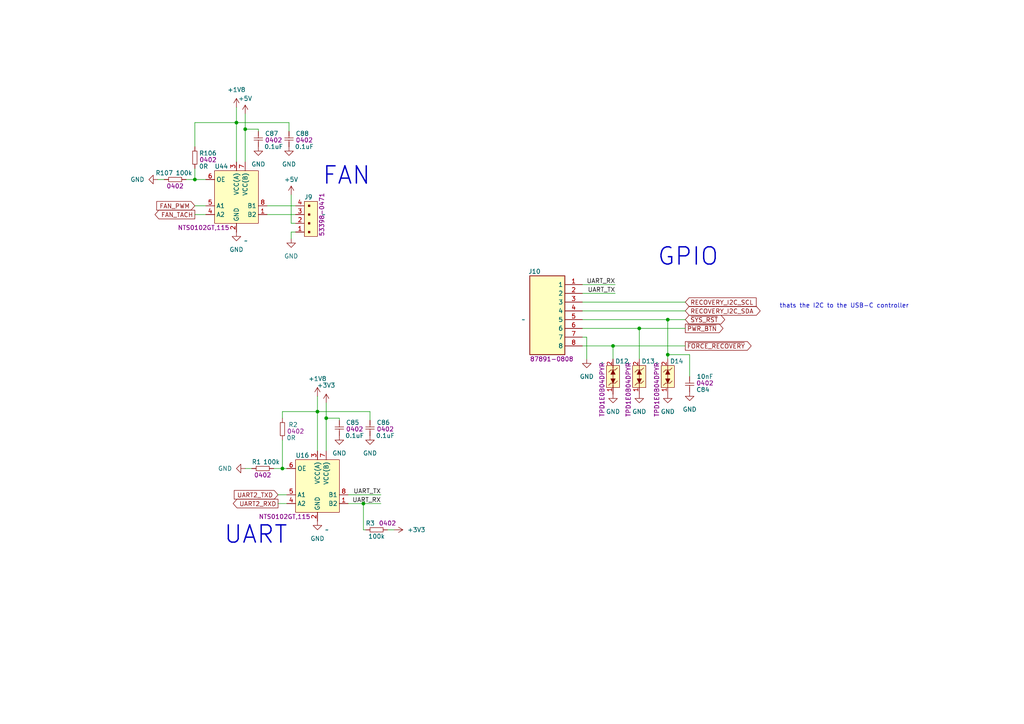
<source format=kicad_sch>
(kicad_sch (version 20230121) (generator eeschema)
  (paper "A4")
  (lib_symbols
    (symbol "SamacSys_Parts:87891-0808"
      (property "Reference" "J" (at 16.51 7.62 0))
      (property "Value" "87891-0808" (at 16.51 5.08 0))
      (symbol "87891-0808_1_1"
        (rectangle (start 5.08 2.54) (end 15.24 -20.32) (stroke (width 0.254)) (fill (type background)))
        (pin passive line (at 0 0 0) (length 5.08) (name "1") (number "1"))
        (pin passive line (at 0 -2.54 0) (length 5.08) (name "2") (number "2"))
        (pin passive line (at 0 -5.08 0) (length 5.08) (name "3") (number "3"))
        (pin passive line (at 0 -7.62 0) (length 5.08) (name "4") (number "4"))
        (pin passive line (at 0 -10.16 0) (length 5.08) (name "5") (number "5"))
        (pin passive line (at 0 -12.7 0) (length 5.08) (name "6") (number "6"))
        (pin passive line (at 0 -15.24 0) (length 5.08) (name "7") (number "7"))
        (pin passive line (at 0 -17.78 0) (length 5.08) (name "8") (number "8"))
      )
    )
    (symbol "antmicro_orin_baseboard:533980471" (pin_names (offset 1.016))
      (property "Reference" "J" (at 2.54 6.35 0))
      (property "Value" "533980471" (at 2.54 3.81 0))
      (symbol "533980471_1_1"
        (rectangle (start -2.54 5.08) (end 1.27 -5.08) (fill (type background)))
        (rectangle (start -1.397 -3.556) (end -0.889 -4.064) (fill (type outline)))
        (rectangle (start -1.397 -1.016) (end -0.889 -1.524) (fill (type outline)))
        (rectangle (start -1.397 1.524) (end -0.889 1.016) (fill (type outline)))
        (rectangle (start -1.397 4.064) (end -0.889 3.556) (fill (type outline)))
        (pin passive line (at -5.08 3.81 0) (length 2.54) (name "~") (number "1"))
        (pin passive line (at -5.08 1.27 0) (length 2.54) (name "~") (number "2"))
        (pin passive line (at -5.08 -1.27 0) (length 2.54) (name "~") (number "3"))
        (pin passive line (at -5.08 -3.81 0) (length 2.54) (name "~") (number "4"))
      )
    )
    (symbol "antmicro_orin_baseboard:TPD1E0B04DPYR " (pin_names (offset 1.016))
      (property "Reference" "D" (at -5.0292 4.1148 0))
      (property "Value" "TPD1E0B04DPYR " (at 0.0508 -4.2164 0))
      (symbol "TPD1E0B04DPYR _0_1"
        (rectangle (start -3.175 1.905) (end 3.175 -1.905) (fill (type background)))
        (polyline (pts (xy -1.905 -0.635) (xy -1.27 -1.27)))
        (polyline (pts (xy -1.905 0.635) (xy -2.54 1.27)))
        (polyline (pts (xy -1.905 0.635) (xy -1.905 -0.635)))
        (polyline (pts (xy 1.905 -0.635) (xy 2.54 -1.27)))
        (polyline (pts (xy 1.905 0.635) (xy 1.27 1.27)))
        (polyline (pts (xy 1.905 0.635) (xy 1.905 -0.635)))
        (polyline (pts (xy 2.54 0) (xy -2.54 0)))
        (polyline (pts (xy -0.635 -0.635) (xy -0.635 0.635) (xy -1.905 0) (xy -0.635 -0.635)) (fill (type outline)))
        (polyline (pts (xy 0.635 0.635) (xy 0.635 -0.635) (xy 1.905 0) (xy 0.635 0.635)) (fill (type outline)))
      )
      (symbol "TPD1E0B04DPYR _1_1"
        (pin passive line (at -5.08 0 0) (length 2.54) (name "~") (number "1"))
        (pin passive line (at 5.08 0 180) (length 2.54) (name "~") (number "2"))
      )
    )
    (symbol "power:+1V8" (power) (pin_names (offset 0))
      (property "Value" "+1V8" (at 0 3.556 0))
      (symbol "+1V8_0_1"
        (polyline (pts (xy -0.762 1.27) (xy 0 2.54)))
        (polyline (pts (xy 0 0) (xy 0 2.54)))
        (polyline (pts (xy 0 2.54) (xy 0.762 1.27)))
      )
      (symbol "+1V8_1_1"
        (pin power_in line (at 0 0 90) (length 0) hide (name "+1V8") (number "1"))
      )
    )
    (symbol "power:+3V3" (power) (pin_names (offset 0))
      (property "Value" "+3V3" (at 0 3.556 0))
      (symbol "+3V3_0_1"
        (polyline (pts (xy -0.762 1.27) (xy 0 2.54)))
        (polyline (pts (xy 0 0) (xy 0 2.54)))
        (polyline (pts (xy 0 2.54) (xy 0.762 1.27)))
      )
      (symbol "+3V3_1_1"
        (pin power_in line (at 0 0 90) (length 0) hide (name "+3V3") (number "1"))
      )
    )
    (symbol "power:+5V" (power) (pin_names (offset 0))
      (property "Value" "+5V" (at 0 3.556 0))
      (symbol "+5V_0_1"
        (polyline (pts (xy -0.762 1.27) (xy 0 2.54)))
        (polyline (pts (xy 0 0) (xy 0 2.54)))
        (polyline (pts (xy 0 2.54) (xy 0.762 1.27)))
      )
      (symbol "+5V_1_1"
        (pin power_in line (at 0 0 90) (length 0) hide (name "+5V") (number "1"))
      )
    )
    (symbol "power:GND" (power) (pin_names (offset 0))
      (property "Value" "GND" (at 0 -3.81 0))
      (symbol "GND_0_1"
        (polyline (pts (xy 0 0) (xy 0 -1.27) (xy 1.27 -1.27) (xy 0 -2.54) (xy -1.27 -1.27) (xy 0 -1.27)))
      )
      (symbol "GND_1_1"
        (pin power_in line (at 0 0 270) (length 0) hide (name "GND") (number "1"))
      )
    )
    (symbol "the_backrooms:NTS0102"
      (property "Reference" "U" (at 0 0 0))
      (property "Value" "NTS0102" (at 0 0 0))
      (symbol "NTS0102_1_1"
        (rectangle (start 2.54 -1.27) (end 15.24 -16.51) (fill (type background)))
        (pin bidirectional line (at 17.78 -13.97 180) (length 2.54) (name "B2") (number "1"))
        (pin bidirectional line (at 8.89 -19.05 90) (length 2.54) (name "GND") (number "2"))
        (pin power_in line (at 8.89 1.27 270) (length 2.54) (name "VCC(A)") (number "3"))
        (pin bidirectional line (at 0 -13.97 0) (length 2.54) (name "A2") (number "4"))
        (pin bidirectional line (at 0 -11.43 0) (length 2.54) (name "A1") (number "5"))
        (pin input line (at 0 -3.81 0) (length 2.54) (name "OE") (number "6"))
        (pin power_in line (at 11.43 1.27 270) (length 2.54) (name "VCC(B)") (number "7"))
        (pin bidirectional line (at 17.78 -11.43 180) (length 2.54) (name "B1") (number "8"))
      )
    )
    (symbol "the_backrooms:cap_0402"
      (property "Reference" "C" (at -0.635 0 0))
      (property "Package/Case" "0402" (at -1.27 1.27 0))
      (symbol "cap_0402_0_1"
        (polyline (pts (xy 1.905 0) (xy 1.905 -1.27)))
        (polyline (pts (xy 2.54 1.27) (xy 2.54 -1.27)))
        (polyline (pts (xy 3.175 0) (xy 2.54 0)))
        (polyline (pts (xy 1.27 0) (xy 1.905 0) (xy 1.905 1.27)))
      )
      (symbol "cap_0402_1_1"
        (pin free line (at 0 0 0) (length 1.27) (name "") (number "1"))
        (pin free line (at 4.445 0 180) (length 1.27) (name "") (number "2"))
      )
    )
    (symbol "the_backrooms:res_0402"
      (property "Reference" "R" (at 3.175 -1.905 0))
      (property "Package/Case" "0402" (at -3.175 1.905 0))
      (symbol "res_0402_0_1"
        (rectangle (start 1.27 0.635) (end 5.08 -0.635))
      )
      (symbol "res_0402_1_1"
        (pin free line (at 0 0 0) (length 1.27) (name "") (number "1"))
        (pin free line (at 6.35 0 180) (length 1.27) (name "") (number "2"))
      )
    )
  )
  (junction (at 177.8 100.33))
  (junction (at 92.075 119.38))
  (junction (at 81.915 135.89))
  (junction (at 105.41 146.05))
  (junction (at 193.675 102.87))
  (junction (at 68.58 35.56))
  (junction (at 71.12 37.465))
  (junction (at 94.615 121.285))
  (junction (at 185.42 95.25))
  (junction (at 56.515 52.07))
  (junction (at 193.675 92.71))
  (wire (pts (xy 105.41 146.05) (xy 105.41 153.67)))
  (wire (pts (xy 56.515 62.23) (xy 59.69 62.23)))
  (wire (pts (xy 200.025 102.87) (xy 200.025 109.22)))
  (wire (pts (xy 193.675 102.87) (xy 193.675 104.14)))
  (wire (pts (xy 168.91 100.33) (xy 177.8 100.33)))
  (wire (pts (xy 68.58 35.56) (xy 68.58 46.99)))
  (wire (pts (xy 71.12 33.02) (xy 71.12 37.465)))
  (wire (pts (xy 80.645 143.51) (xy 83.185 143.51)))
  (wire (pts (xy 100.965 143.51) (xy 110.49 143.51)))
  (wire (pts (xy 168.91 82.55) (xy 178.435 82.55)))
  (wire (pts (xy 168.91 87.63) (xy 198.755 87.63)))
  (wire (pts (xy 105.41 146.05) (xy 110.49 146.05)))
  (wire (pts (xy 79.375 135.89) (xy 81.915 135.89)))
  (wire (pts (xy 80.645 146.05) (xy 83.185 146.05)))
  (wire (pts (xy 92.075 119.38) (xy 81.915 119.38)))
  (wire (pts (xy 105.41 153.67) (xy 106.045 153.67)))
  (wire (pts (xy 85.725 67.31) (xy 84.455 67.31)))
  (wire (pts (xy 81.915 119.38) (xy 81.915 121.285)))
  (wire (pts (xy 74.93 37.465) (xy 71.12 37.465)))
  (wire (pts (xy 92.075 114.935) (xy 92.075 119.38)))
  (wire (pts (xy 94.615 116.84) (xy 94.615 121.285)))
  (wire (pts (xy 92.075 119.38) (xy 107.315 119.38)))
  (wire (pts (xy 56.515 59.69) (xy 59.69 59.69)))
  (wire (pts (xy 56.515 42.545) (xy 56.515 35.56)))
  (wire (pts (xy 77.47 59.69) (xy 85.725 59.69)))
  (wire (pts (xy 56.515 52.07) (xy 59.69 52.07)))
  (wire (pts (xy 56.515 35.56) (xy 68.58 35.56)))
  (wire (pts (xy 168.91 92.71) (xy 193.675 92.71)))
  (wire (pts (xy 68.58 31.115) (xy 68.58 35.56)))
  (wire (pts (xy 85.725 64.77) (xy 84.455 64.77)))
  (wire (pts (xy 168.91 90.17) (xy 198.755 90.17)))
  (wire (pts (xy 185.42 95.25) (xy 198.755 95.25)))
  (wire (pts (xy 112.395 153.67) (xy 114.3 153.67)))
  (wire (pts (xy 193.675 102.87) (xy 200.025 102.87)))
  (wire (pts (xy 168.91 97.79) (xy 170.18 97.79)))
  (wire (pts (xy 193.675 92.71) (xy 198.755 92.71)))
  (wire (pts (xy 45.72 52.07) (xy 47.625 52.07)))
  (wire (pts (xy 168.91 85.09) (xy 178.435 85.09)))
  (wire (pts (xy 83.185 135.89) (xy 81.915 135.89)))
  (wire (pts (xy 56.515 48.895) (xy 56.515 52.07)))
  (wire (pts (xy 98.425 121.92) (xy 98.425 121.285)))
  (wire (pts (xy 94.615 121.285) (xy 94.615 130.81)))
  (wire (pts (xy 100.965 146.05) (xy 105.41 146.05)))
  (wire (pts (xy 92.075 119.38) (xy 92.075 130.81)))
  (wire (pts (xy 74.93 38.1) (xy 74.93 37.465)))
  (wire (pts (xy 185.42 95.25) (xy 185.42 104.14)))
  (wire (pts (xy 177.8 100.33) (xy 198.755 100.33)))
  (wire (pts (xy 68.58 35.56) (xy 83.82 35.56)))
  (wire (pts (xy 84.455 67.31) (xy 84.455 69.215)))
  (wire (pts (xy 71.12 37.465) (xy 71.12 46.99)))
  (wire (pts (xy 177.8 100.33) (xy 177.8 104.14)))
  (wire (pts (xy 81.915 135.89) (xy 81.915 127.635)))
  (wire (pts (xy 71.12 135.89) (xy 73.025 135.89)))
  (wire (pts (xy 83.82 35.56) (xy 83.82 38.1)))
  (wire (pts (xy 170.18 97.79) (xy 170.18 104.14)))
  (wire (pts (xy 168.91 95.25) (xy 185.42 95.25)))
  (wire (pts (xy 107.315 119.38) (xy 107.315 121.92)))
  (wire (pts (xy 98.425 121.285) (xy 94.615 121.285)))
  (wire (pts (xy 193.675 92.71) (xy 193.675 102.87)))
  (wire (pts (xy 77.47 62.23) (xy 85.725 62.23)))
  (wire (pts (xy 84.455 56.515) (xy 84.455 64.77)))
  (wire (pts (xy 53.975 52.07) (xy 56.515 52.07)))
  (text "UART" (at 64.77 158.115 0) (effects (font (size 5 5) (thickness 0.4) bold) (justify left bottom)))
  (text "thats the I2C to the USB-C controller" (at 226.06 89.535 0) (effects (font (size 1.27 1.27)) (justify left bottom)))
  (text "FAN" (at 93.345 53.975 0) (effects (font (size 5 5) (thickness 0.4) bold) (justify left bottom)))
  (text "GPIO" (at 190.5 77.47 0) (effects (font (size 5 5) (thickness 0.4) bold) (justify left bottom)))
  (label "UART_RX" (at 178.435 82.55 180))
  (label "UART_TX" (at 110.49 143.51 180))
  (label "UART_TX" (at 178.435 85.09 180))
  (label "UART_RX" (at 110.49 146.05 180))
  (global_label "RECOVERY_I2C_SCL" (shape input) (at 198.755 87.63 0) (property "Intersheetrefs" "${INTERSHEET_REFS}" (at 219.883 87.63 0) (effects (justify left))))
  (global_label "~{SYS_RST}" (shape bidirectional) (at 198.755 92.71 0) (property "Intersheetrefs" "${INTERSHEET_REFS}" (at 210.7738 92.71 0) (effects (justify left))))
  (global_label "~{PWR_BTN}" (shape output) (at 198.755 95.25 0) (property "Intersheetrefs" "${INTERSHEET_REFS}" (at 210.2673 95.25 0) (effects (justify left))))
  (global_label "FAN_TACH" (shape output) (at 56.515 62.23 180) (property "Intersheetrefs" "${INTERSHEET_REFS}" (at 44.3978 62.23 0) (effects (justify right))))
  (global_label "FAN_PWM" (shape input) (at 56.515 59.69 180) (property "Intersheetrefs" "${INTERSHEET_REFS}" (at 44.8817 59.69 0) (effects (justify right))))
  (global_label "RECOVERY_I2C_SDA" (shape bidirectional) (at 198.755 90.17 0) (property "Intersheetrefs" "${INTERSHEET_REFS}" (at 221.0548 90.17 0) (effects (justify left))))
  (global_label "UART2_TXD" (shape input) (at 80.645 143.51 180) (property "Intersheetrefs" "${INTERSHEET_REFS}" (at 67.3789 143.51 0) (effects (justify right))))
  (global_label "~{FORCE_RECOVERY}" (shape output) (at 198.755 100.33 0) (property "Intersheetrefs" "${INTERSHEET_REFS}" (at 218.4316 100.33 0) (effects (justify left))))
  (global_label "UART2_RXD" (shape output) (at 80.645 146.05 180) (property "Intersheetrefs" "${INTERSHEET_REFS}" (at 67.0765 146.05 0) (effects (justify right))))
  (symbol (lib_id "the_backrooms:NTS0102") (at 59.69 48.26 0) (unit 1)
    (property "Reference" "U44" (at 62.23 48.26 0) (effects (justify left)))
    (property "Value" "~" (at 70.7741 69.85 0) (effects (justify left)))
    (property "Footprint" "the_backrooms:NTS0102" (effects hide))
    (property "Datasheet" "https://www.mouser.de/datasheet/2/302/NTS0102-3073838.pdf" (effects hide))
    (property "Mfr. No." "NTS0102GT,115" (at 59.055 66.04 0))
    (property "Package/Case" "XSON-8" (effects hide))
    (property "Description" "Translation - Voltage Levels DUAL SUPP 4.8ns 3.6V" (effects hide))
  )
  (symbol (lib_id "power:+3V3") (at 94.615 116.84 0) (unit 1)
    (property "Reference" "#PWR0161" (effects hide))
    (property "Value" "+3V3" (at 94.615 111.76 0))
  )
  (symbol (lib_id "power:+1V8") (at 68.58 31.115 0) (unit 1)
    (property "Reference" "#PWR0169" (effects hide))
    (property "Value" "+1V8" (at 68.58 26.035 0))
  )
  (symbol (lib_id "power:GND") (at 193.675 114.3 0) (unit 1)
    (property "Reference" "#PWR0158" (effects hide))
    (property "Value" "GND" (at 193.675 119.38 0))
  )
  (symbol (lib_id "power:GND") (at 92.075 151.13 0) (unit 1)
    (property "Reference" "#PWR0164" (effects hide))
    (property "Value" "GND" (at 92.075 156.21 0))
  )
  (symbol (lib_id "the_backrooms:res_0402") (at 112.395 153.67 180) (unit 1)
    (property "Reference" "R3" (at 106.045 151.765 0) (effects (justify right)))
    (property "Value" "100k" (at 109.22 155.575 0))
    (property "Footprint" "the_backrooms:0402_res" (effects hide))
    (property "Package/Case" "0402" (at 109.855 151.765 0) (effects (justify right)))
    (property "Mfr. No." "RC0402FR-07100KL" (effects hide))
    (property "Description" "100k 0402 62.5mW 1%" (effects hide))
  )
  (symbol (lib_id "power:GND") (at 84.455 69.215 0) (unit 1)
    (property "Reference" "#PWR0173" (effects hide))
    (property "Value" "GND" (at 84.455 74.295 0))
  )
  (symbol (lib_id "power:GND") (at 107.315 126.365 0) (unit 1)
    (property "Reference" "#PWR0166" (effects hide))
    (property "Value" "GND" (at 107.315 131.445 0))
  )
  (symbol (lib_id "power:GND") (at 45.72 52.07 270) (unit 1)
    (property "Reference" "#PWR0186" (effects hide))
    (property "Value" "GND" (at 41.91 52.07 90) (effects (justify right)))
  )
  (symbol (lib_id "power:GND") (at 200.025 113.665 0) (unit 1)
    (property "Reference" "#PWR0160" (effects hide))
    (property "Value" "GND" (at 200.025 118.745 0))
  )
  (symbol (lib_id "power:GND") (at 68.58 67.31 0) (unit 1)
    (property "Reference" "#PWR0168" (effects hide))
    (property "Value" "GND" (at 68.58 72.39 0))
  )
  (symbol (lib_id "SamacSys_Parts:87891-0808") (at 168.91 82.55 0) (mirror y) (unit 1)
    (property "Reference" "J10" (at 156.845 78.74 0) (effects (justify left)))
    (property "Value" "~" (at 152.4 92.71 0) (effects (justify left)))
    (property "Footprint" "SamacSys_Parts:HDRV8W69P0X254_1X8_2032X251X1641P" (effects hide))
    (property "Datasheet" "https://www.molex.com/pdm_docs/sd/878910808_sd.pdf" (effects hide))
    (property "Height" "16.41" (effects hide))
    (property "Mouser Part Number" "538-87891-0808" (effects hide))
    (property "Mouser Price/Stock" "https://www.mouser.co.uk/ProductDetail/Molex/87891-0808?qs=iLbezkQI%252Bsh%252BavKMBAJgwA%3D%3D" (effects hide))
    (property "Manufacturer_Name" "Molex" (effects hide))
    (property "Manufacturer_Part_Number" "87891-0808" (effects hide))
    (property "Mfr. No." "87891-0808" (at 160.02 104.14 0))
    (property "Description" "Headers & Wire Housings 2.54MM PITCH SRSW T/H HEADER 8 CKT" (effects hide))
  )
  (symbol (lib_id "the_backrooms:NTS0102") (at 83.185 132.08 0) (unit 1)
    (property "Reference" "U16" (at 85.725 132.08 0) (effects (justify left)))
    (property "Value" "~" (at 94.2691 153.67 0) (effects (justify left)))
    (property "Footprint" "the_backrooms:NTS0102" (effects hide))
    (property "Datasheet" "https://www.mouser.de/datasheet/2/302/NTS0102-3073838.pdf" (effects hide))
    (property "Mfr. No." "NTS0102GT,115" (at 82.55 149.86 0))
    (property "Package/Case" "XSON-8" (effects hide))
    (property "Description" "Translation - Voltage Levels DUAL SUPP 4.8ns 3.6V" (effects hide))
  )
  (symbol (lib_id "the_backrooms:cap_0402") (at 98.425 126.365 90) (unit 1)
    (property "Reference" "C85" (at 100.33 122.555 90) (effects (justify right)))
    (property "Value" "0.1uF" (at 102.87 126.365 90))
    (property "Footprint" "the_backrooms:0402_cap" (effects hide))
    (property "Package/Case" "0402" (at 100.33 124.46 90) (effects (justify right)))
    (property "Mfr. No." "04025C104KAT4A" (effects hide))
    (property "Description" "0.1uF 0402 50V" (effects hide))
  )
  (symbol (lib_id "the_backrooms:cap_0402") (at 107.315 126.365 90) (unit 1)
    (property "Reference" "C86" (at 109.22 122.555 90) (effects (justify right)))
    (property "Value" "0.1uF" (at 111.76 126.365 90))
    (property "Footprint" "the_backrooms:0402_cap" (effects hide))
    (property "Package/Case" "0402" (at 109.22 124.46 90) (effects (justify right)))
    (property "Mfr. No." "04025C104KAT4A" (effects hide))
    (property "Description" "0.1uF 0402 50V" (effects hide))
  )
  (symbol (lib_id "power:GND") (at 177.8 114.3 0) (unit 1)
    (property "Reference" "#PWR0156" (effects hide))
    (property "Value" "GND" (at 177.8 119.38 0))
  )
  (symbol (lib_id "the_backrooms:cap_0402") (at 83.82 42.545 90) (unit 1)
    (property "Reference" "C88" (at 85.725 38.735 90) (effects (justify right)))
    (property "Value" "0.1uF" (at 88.265 42.545 90))
    (property "Footprint" "the_backrooms:0402_cap" (effects hide))
    (property "Package/Case" "0402" (at 85.725 40.64 90) (effects (justify right)))
    (property "Mfr. No." "04025C104KAT4A" (effects hide))
    (property "Description" "0.1uF 0402 50V" (effects hide))
  )
  (symbol (lib_id "antmicro_orin_baseboard:TPD1E0B04DPYR ") (at 193.675 109.22 90) (unit 1)
    (property "Reference" "D14" (at 194.31 104.775 90) (effects (justify right)))
    (property "Value" "~" (at 190.5 104.775 0) (effects (justify right)))
    (property "Footprint" "the_backrooms:XDFN-2_1x0.60mm" (effects hide))
    (property "Datasheet" "https://www.ti.com/general/docs/suppproductinfo.tsp?distId=26&gotoUrl=https://www.ti.com/lit/gpn/tpd1e0b04" (effects hide))
    (property "Manufacturer" "Texas Instruments" (effects hide))
    (property "MPN" "TPD1E0B04DPYR " (effects hide))
    (property "Mfr. No." "TPD1E0B04DPYR" (at 190.5 113.03 0))
    (property "Package/Case" " X1SON-2" (effects hide))
    (property "Description" "ESD Suppressors / TVS Diodes 0.13-pF, +/-3.6-V, +/-8-kV ESD protection diode in 0402 & 0201 packages for USB-C & Antenna 2-X1SON -40 to 125 " (effects hide))
  )
  (symbol (lib_id "power:GND") (at 185.42 114.3 0) (unit 1)
    (property "Reference" "#PWR0157" (effects hide))
    (property "Value" "GND" (at 185.42 119.38 0))
  )
  (symbol (lib_id "the_backrooms:res_0402") (at 79.375 135.89 0) (mirror y) (unit 1)
    (property "Reference" "R1" (at 73.025 133.985 0) (effects (justify right)))
    (property "Value" "100k" (at 78.74 133.985 0))
    (property "Footprint" "the_backrooms:0402_res" (effects hide))
    (property "Package/Case" "0402" (at 73.66 137.795 0) (effects (justify right)))
    (property "Mfr. No." "RC0402FR-07100KL" (effects hide))
    (property "Description" "100k 0402 62.5mW 1%" (effects hide))
  )
  (symbol (lib_id "power:GND") (at 71.12 135.89 270) (unit 1)
    (property "Reference" "#PWR0167" (effects hide))
    (property "Value" "GND" (at 67.31 135.89 90) (effects (justify right)))
  )
  (symbol (lib_id "antmicro_orin_baseboard:TPD1E0B04DPYR ") (at 177.8 109.22 90) (unit 1)
    (property "Reference" "D12" (at 178.435 104.775 90) (effects (justify right)))
    (property "Value" "~" (at 174.625 104.775 0) (effects (justify right)))
    (property "Footprint" "the_backrooms:XDFN-2_1x0.60mm" (effects hide))
    (property "Datasheet" "https://www.ti.com/general/docs/suppproductinfo.tsp?distId=26&gotoUrl=https://www.ti.com/lit/gpn/tpd1e0b04" (effects hide))
    (property "Manufacturer" "Texas Instruments" (effects hide))
    (property "MPN" "TPD1E0B04DPYR " (effects hide))
    (property "Mfr. No." "TPD1E0B04DPYR" (at 174.625 113.03 0))
    (property "Package/Case" " X1SON-2" (effects hide))
    (property "Description" "ESD Suppressors / TVS Diodes 0.13-pF, +/-3.6-V, +/-8-kV ESD protection diode in 0402 & 0201 packages for USB-C & Antenna 2-X1SON -40 to 125 " (effects hide))
  )
  (symbol (lib_id "power:GND") (at 98.425 126.365 0) (unit 1)
    (property "Reference" "#PWR0165" (effects hide))
    (property "Value" "GND" (at 98.425 131.445 0))
  )
  (symbol (lib_id "antmicro_orin_baseboard:533980471") (at 90.805 63.5 0) (mirror x) (unit 1)
    (property "Reference" "J9" (at 88.265 57.15 0) (effects (justify left)))
    (property "Value" "~" (at 93.345 62.23 0) (effects (justify left)))
    (property "Footprint" "the_backrooms:Molex_PicoBlade_53398-0471_1x04-1MP_P1.25mm_Vertical" (effects hide))
    (property "Datasheet" "https://www.molex.com/molex/products/part-detail/pcb_headers/0533980471" (effects hide))
    (property "Manufacturer" "Molex" (effects hide))
    (property "MPN" "0533980471" (effects hide))
    (property "Mfr. No." "53398-0471" (at 93.345 62.23 90))
    (property "Description" "Headers & Wire Housings VERTICAL HDR SMT 4P" (effects hide))
  )
  (symbol (lib_id "the_backrooms:cap_0402") (at 74.93 42.545 90) (unit 1)
    (property "Reference" "C87" (at 76.835 38.735 90) (effects (justify right)))
    (property "Value" "0.1uF" (at 79.375 42.545 90))
    (property "Footprint" "the_backrooms:0402_cap" (effects hide))
    (property "Package/Case" "0402" (at 76.835 40.64 90) (effects (justify right)))
    (property "Mfr. No." "04025C104KAT4A" (effects hide))
    (property "Description" "0.1uF 0402 50V" (effects hide))
  )
  (symbol (lib_id "antmicro_orin_baseboard:TPD1E0B04DPYR ") (at 185.42 109.22 90) (unit 1)
    (property "Reference" "D13" (at 186.055 104.775 90) (effects (justify right)))
    (property "Value" "~" (at 182.245 104.775 0) (effects (justify right)))
    (property "Footprint" "the_backrooms:XDFN-2_1x0.60mm" (effects hide))
    (property "Datasheet" "https://www.ti.com/general/docs/suppproductinfo.tsp?distId=26&gotoUrl=https://www.ti.com/lit/gpn/tpd1e0b04" (effects hide))
    (property "Manufacturer" "Texas Instruments" (effects hide))
    (property "MPN" "TPD1E0B04DPYR " (effects hide))
    (property "Mfr. No." "TPD1E0B04DPYR" (at 182.245 113.03 0))
    (property "Package/Case" " X1SON-2" (effects hide))
    (property "Description" "ESD Suppressors / TVS Diodes 0.13-pF, +/-3.6-V, +/-8-kV ESD protection diode in 0402 & 0201 packages for USB-C & Antenna 2-X1SON -40 to 125 " (effects hide))
  )
  (symbol (lib_id "power:GND") (at 170.18 104.14 0) (unit 1)
    (property "Reference" "#PWR0159" (effects hide))
    (property "Value" "GND" (at 170.18 109.22 0))
  )
  (symbol (lib_id "power:+1V8") (at 92.075 114.935 0) (unit 1)
    (property "Reference" "#PWR0162" (effects hide))
    (property "Value" "+1V8" (at 92.075 109.855 0))
  )
  (symbol (lib_id "the_backrooms:res_0402") (at 56.515 48.895 270) (mirror x) (unit 1)
    (property "Reference" "R106" (at 62.865 44.45 90) (effects (justify right)))
    (property "Value" "0R" (at 59.055 48.26 90))
    (property "Footprint" "the_backrooms:0402_res" (effects hide))
    (property "Package/Case" "0402" (at 62.865 46.355 90) (effects (justify right)))
    (property "Mfr. No." "CR0402-J/-000GLF" (effects hide))
    (property "Description" "0R 0402" (effects hide))
  )
  (symbol (lib_id "power:GND") (at 83.82 42.545 0) (unit 1)
    (property "Reference" "#PWR0172" (effects hide))
    (property "Value" "GND" (at 83.82 47.625 0))
  )
  (symbol (lib_id "the_backrooms:cap_0402") (at 200.025 109.22 90) (mirror x) (unit 1)
    (property "Reference" "C84" (at 201.93 113.03 90) (effects (justify right)))
    (property "Value" "10nF" (at 204.47 109.22 90))
    (property "Footprint" "the_backrooms:0402_cap" (effects hide))
    (property "Package/Case" "0402" (at 201.93 111.125 90) (effects (justify right)))
    (property "Mfr. No." "0402YC103KAT4A" (effects hide))
    (property "Description" "10nF 0402 16V" (effects hide))
  )
  (symbol (lib_id "the_backrooms:res_0402") (at 53.975 52.07 0) (mirror y) (unit 1)
    (property "Reference" "R107" (at 45.085 50.165 0) (effects (justify right)))
    (property "Value" "100k" (at 53.34 50.165 0))
    (property "Footprint" "the_backrooms:0402_res" (effects hide))
    (property "Package/Case" "0402" (at 48.26 53.975 0) (effects (justify right)))
    (property "Mfr. No." "RC0402FR-07100KL" (effects hide))
    (property "Description" "100k 0402 62.5mW 1%" (effects hide))
  )
  (symbol (lib_id "power:+3V3") (at 114.3 153.67 270) (unit 1)
    (property "Reference" "#PWR0163" (effects hide))
    (property "Value" "+3V3" (at 118.11 153.67 90) (effects (justify left)))
  )
  (symbol (lib_id "power:GND") (at 74.93 42.545 0) (unit 1)
    (property "Reference" "#PWR0171" (effects hide))
    (property "Value" "GND" (at 74.93 47.625 0))
  )
  (symbol (lib_id "the_backrooms:res_0402") (at 81.915 127.635 270) (mirror x) (unit 1)
    (property "Reference" "R2" (at 86.36 123.19 90) (effects (justify right)))
    (property "Value" "0R" (at 84.455 127 90))
    (property "Footprint" "the_backrooms:0402_res" (effects hide))
    (property "Package/Case" "0402" (at 88.265 125.095 90) (effects (justify right)))
    (property "Mfr. No." "CR0402-J/-000GLF" (effects hide))
    (property "Description" "0R 0402" (effects hide))
  )
  (symbol (lib_id "power:+5V") (at 84.455 56.515 0) (unit 1)
    (property "Reference" "#PWR0174" (effects hide))
    (property "Value" "+5V" (at 84.455 52.07 0))
  )
  (symbol (lib_id "power:+5V") (at 71.12 33.02 0) (unit 1)
    (property "Reference" "#PWR0170" (effects hide))
    (property "Value" "+5V" (at 71.12 28.575 0))
  )
)
</source>
